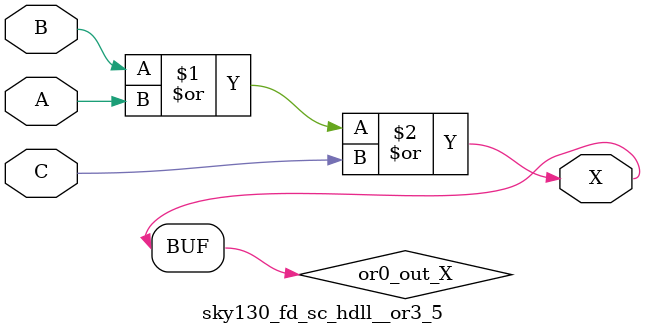
<source format=v>
module sky130_fd_sc_hdll__or3_5 (
    X,
    A,
    B,
    C
);
    output X;
    input  A;
    input  B;
    input  C;
    wire or0_out_X;
    or  or0  (or0_out_X, B, A, C        );
    buf buf0 (X        , or0_out_X      );
endmodule
</source>
